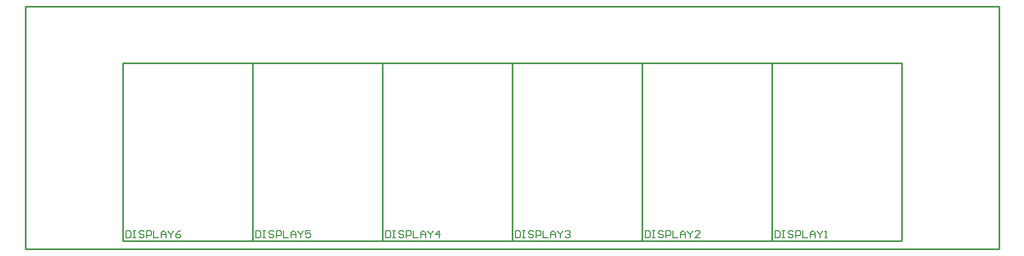
<source format=gto>
%FSLAX23Y23*%
%MOIN*%
G70*
G01*
G75*
%ADD10C,0.010*%
%ADD11C,0.030*%
%ADD12C,0.050*%
%ADD13R,0.080X0.080*%
%ADD14C,0.080*%
%ADD15C,0.300*%
%ADD16C,0.006*%
D10*
X11595Y7295D02*
Y8395D01*
X12395D01*
Y7295D02*
Y8395D01*
X11595Y7295D02*
X12395D01*
X7595D02*
Y8395D01*
X8395D01*
Y7295D02*
Y8395D01*
X7595Y7295D02*
X8395D01*
X9195D01*
Y8395D01*
X8395D02*
X9195D01*
X8395Y7295D02*
Y8395D01*
X9195Y7295D02*
Y8395D01*
X9995D01*
Y7295D02*
Y8395D01*
X9195Y7295D02*
X9995D01*
X10795D01*
Y8395D01*
X9995D02*
X10795D01*
X9995Y7295D02*
Y8395D01*
X10795Y7295D02*
Y8395D01*
X11595D01*
Y7295D02*
Y8395D01*
X10795Y7295D02*
X11595D01*
X6995Y7245D02*
Y8745D01*
X12995Y7245D02*
Y8745D01*
X6995Y7245D02*
X12995D01*
X6995Y8745D02*
X12995D01*
D16*
X11615Y7360D02*
Y7315D01*
X11637D01*
X11645Y7322D01*
Y7352D01*
X11637Y7360D01*
X11615D01*
X11660D02*
X11675D01*
X11667D01*
Y7315D01*
X11660D01*
X11675D01*
X11727Y7352D02*
X11720Y7360D01*
X11705D01*
X11697Y7352D01*
Y7345D01*
X11705Y7337D01*
X11720D01*
X11727Y7330D01*
Y7322D01*
X11720Y7315D01*
X11705D01*
X11697Y7322D01*
X11742Y7315D02*
Y7360D01*
X11765D01*
X11772Y7352D01*
Y7337D01*
X11765Y7330D01*
X11742D01*
X11787Y7360D02*
Y7315D01*
X11817D01*
X11832D02*
Y7345D01*
X11847Y7360D01*
X11862Y7345D01*
Y7315D01*
Y7337D01*
X11832D01*
X11877Y7360D02*
Y7352D01*
X11892Y7337D01*
X11907Y7352D01*
Y7360D01*
X11892Y7337D02*
Y7315D01*
X11922D02*
X11937D01*
X11930D01*
Y7360D01*
X11922Y7352D01*
X10815Y7360D02*
Y7315D01*
X10837D01*
X10845Y7322D01*
Y7352D01*
X10837Y7360D01*
X10815D01*
X10860D02*
X10875D01*
X10867D01*
Y7315D01*
X10860D01*
X10875D01*
X10927Y7352D02*
X10920Y7360D01*
X10905D01*
X10897Y7352D01*
Y7345D01*
X10905Y7337D01*
X10920D01*
X10927Y7330D01*
Y7322D01*
X10920Y7315D01*
X10905D01*
X10897Y7322D01*
X10942Y7315D02*
Y7360D01*
X10965D01*
X10972Y7352D01*
Y7337D01*
X10965Y7330D01*
X10942D01*
X10987Y7360D02*
Y7315D01*
X11017D01*
X11032D02*
Y7345D01*
X11047Y7360D01*
X11062Y7345D01*
Y7315D01*
Y7337D01*
X11032D01*
X11077Y7360D02*
Y7352D01*
X11092Y7337D01*
X11107Y7352D01*
Y7360D01*
X11092Y7337D02*
Y7315D01*
X11152D02*
X11122D01*
X11152Y7345D01*
Y7352D01*
X11145Y7360D01*
X11130D01*
X11122Y7352D01*
X10015Y7360D02*
Y7315D01*
X10037D01*
X10045Y7322D01*
Y7352D01*
X10037Y7360D01*
X10015D01*
X10060D02*
X10075D01*
X10067D01*
Y7315D01*
X10060D01*
X10075D01*
X10127Y7352D02*
X10120Y7360D01*
X10105D01*
X10097Y7352D01*
Y7345D01*
X10105Y7337D01*
X10120D01*
X10127Y7330D01*
Y7322D01*
X10120Y7315D01*
X10105D01*
X10097Y7322D01*
X10142Y7315D02*
Y7360D01*
X10165D01*
X10172Y7352D01*
Y7337D01*
X10165Y7330D01*
X10142D01*
X10187Y7360D02*
Y7315D01*
X10217D01*
X10232D02*
Y7345D01*
X10247Y7360D01*
X10262Y7345D01*
Y7315D01*
Y7337D01*
X10232D01*
X10277Y7360D02*
Y7352D01*
X10292Y7337D01*
X10307Y7352D01*
Y7360D01*
X10292Y7337D02*
Y7315D01*
X10322Y7352D02*
X10330Y7360D01*
X10345D01*
X10352Y7352D01*
Y7345D01*
X10345Y7337D01*
X10337D01*
X10345D01*
X10352Y7330D01*
Y7322D01*
X10345Y7315D01*
X10330D01*
X10322Y7322D01*
X9215Y7360D02*
Y7315D01*
X9237D01*
X9245Y7322D01*
Y7352D01*
X9237Y7360D01*
X9215D01*
X9260D02*
X9275D01*
X9267D01*
Y7315D01*
X9260D01*
X9275D01*
X9327Y7352D02*
X9320Y7360D01*
X9305D01*
X9297Y7352D01*
Y7345D01*
X9305Y7337D01*
X9320D01*
X9327Y7330D01*
Y7322D01*
X9320Y7315D01*
X9305D01*
X9297Y7322D01*
X9342Y7315D02*
Y7360D01*
X9365D01*
X9372Y7352D01*
Y7337D01*
X9365Y7330D01*
X9342D01*
X9387Y7360D02*
Y7315D01*
X9417D01*
X9432D02*
Y7345D01*
X9447Y7360D01*
X9462Y7345D01*
Y7315D01*
Y7337D01*
X9432D01*
X9477Y7360D02*
Y7352D01*
X9492Y7337D01*
X9507Y7352D01*
Y7360D01*
X9492Y7337D02*
Y7315D01*
X9545D02*
Y7360D01*
X9522Y7337D01*
X9552D01*
X8415Y7360D02*
Y7315D01*
X8437D01*
X8445Y7322D01*
Y7352D01*
X8437Y7360D01*
X8415D01*
X8460D02*
X8475D01*
X8467D01*
Y7315D01*
X8460D01*
X8475D01*
X8527Y7352D02*
X8520Y7360D01*
X8505D01*
X8497Y7352D01*
Y7345D01*
X8505Y7337D01*
X8520D01*
X8527Y7330D01*
Y7322D01*
X8520Y7315D01*
X8505D01*
X8497Y7322D01*
X8542Y7315D02*
Y7360D01*
X8565D01*
X8572Y7352D01*
Y7337D01*
X8565Y7330D01*
X8542D01*
X8587Y7360D02*
Y7315D01*
X8617D01*
X8632D02*
Y7345D01*
X8647Y7360D01*
X8662Y7345D01*
Y7315D01*
Y7337D01*
X8632D01*
X8677Y7360D02*
Y7352D01*
X8692Y7337D01*
X8707Y7352D01*
Y7360D01*
X8692Y7337D02*
Y7315D01*
X8752Y7360D02*
X8722D01*
Y7337D01*
X8737Y7345D01*
X8745D01*
X8752Y7337D01*
Y7322D01*
X8745Y7315D01*
X8730D01*
X8722Y7322D01*
X7615Y7360D02*
Y7315D01*
X7637D01*
X7645Y7322D01*
Y7352D01*
X7637Y7360D01*
X7615D01*
X7660D02*
X7675D01*
X7667D01*
Y7315D01*
X7660D01*
X7675D01*
X7727Y7352D02*
X7720Y7360D01*
X7705D01*
X7697Y7352D01*
Y7345D01*
X7705Y7337D01*
X7720D01*
X7727Y7330D01*
Y7322D01*
X7720Y7315D01*
X7705D01*
X7697Y7322D01*
X7742Y7315D02*
Y7360D01*
X7765D01*
X7772Y7352D01*
Y7337D01*
X7765Y7330D01*
X7742D01*
X7787Y7360D02*
Y7315D01*
X7817D01*
X7832D02*
Y7345D01*
X7847Y7360D01*
X7862Y7345D01*
Y7315D01*
Y7337D01*
X7832D01*
X7877Y7360D02*
Y7352D01*
X7892Y7337D01*
X7907Y7352D01*
Y7360D01*
X7892Y7337D02*
Y7315D01*
X7952Y7360D02*
X7937Y7352D01*
X7922Y7337D01*
Y7322D01*
X7930Y7315D01*
X7945D01*
X7952Y7322D01*
Y7330D01*
X7945Y7337D01*
X7922D01*
M02*

</source>
